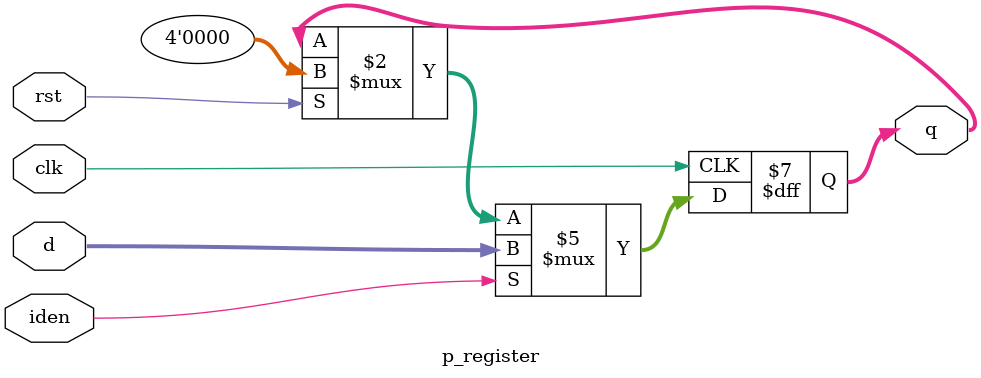
<source format=sv>
`timescale 1ns / 1ps


module p_register( input logic clk , iden, rst,
                   input logic [3:0] d , 
                   output logic [3:0] q  ); 
                  
 // Iden will tell the register to store its inputed value from the previos register 
 
  always_ff @(posedge clk) 
 
    begin 
   
    if (iden) 
        q <= d ;  
    
    else if (rst)
         q <= 0;
    
    end                 
                 

   
endmodule

</source>
